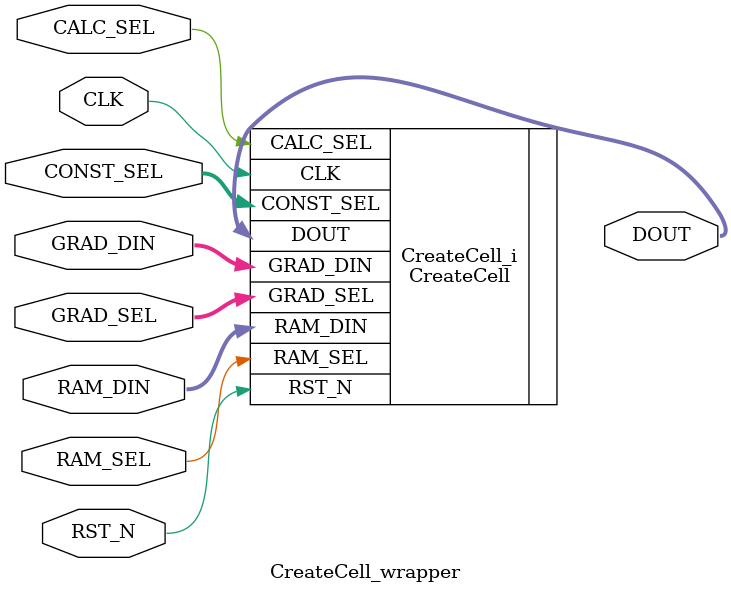
<source format=v>
`timescale 1 ps / 1 ps

module CreateCell_wrapper
   (CALC_SEL,
    CLK,
    CONST_SEL,
    DOUT,
    GRAD_DIN,
    GRAD_SEL,
    RAM_DIN,
    RAM_SEL,
    RST_N);
  input CALC_SEL;
  input CLK;
  input [3:0]CONST_SEL;
  output [31:0]DOUT;
  input [31:0]GRAD_DIN;
  input [3:0]GRAD_SEL;
  input [31:0]RAM_DIN;
  input RAM_SEL;
  input RST_N;

  wire CALC_SEL;
  wire CLK;
  wire [3:0]CONST_SEL;
  wire [31:0]DOUT;
  wire [31:0]GRAD_DIN;
  wire [3:0]GRAD_SEL;
  wire [31:0]RAM_DIN;
  wire RAM_SEL;
  wire RST_N;

  CreateCell CreateCell_i
       (.CALC_SEL(CALC_SEL),
        .CLK(CLK),
        .CONST_SEL(CONST_SEL),
        .DOUT(DOUT),
        .GRAD_DIN(GRAD_DIN),
        .GRAD_SEL(GRAD_SEL),
        .RAM_DIN(RAM_DIN),
        .RAM_SEL(RAM_SEL),
        .RST_N(RST_N));
endmodule

</source>
